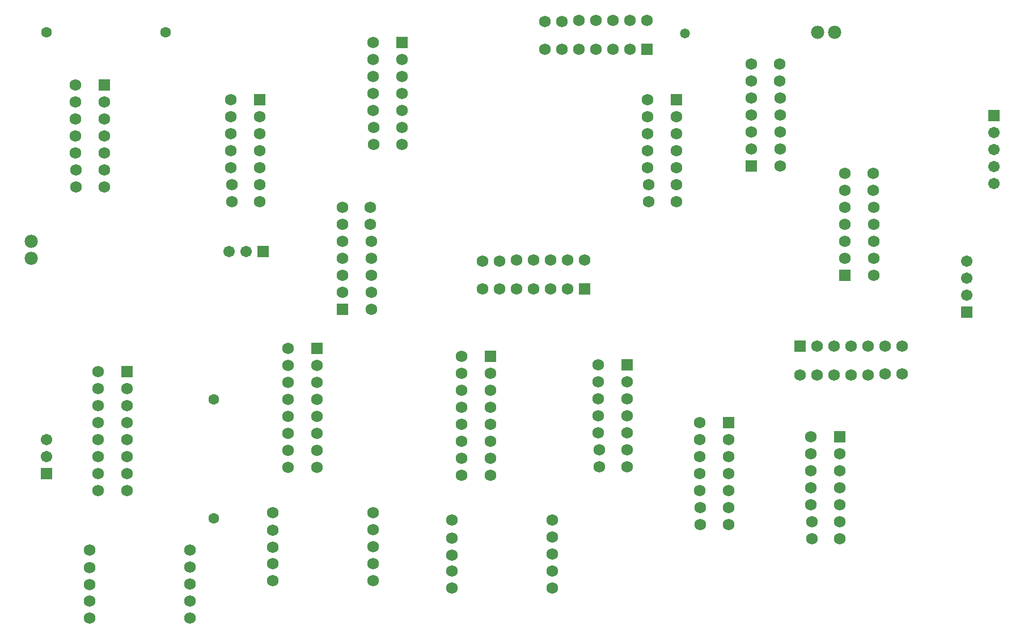
<source format=gts>
G04*
G04 #@! TF.GenerationSoftware,Altium Limited,Altium Designer,18.0.7 (293)*
G04*
G04 Layer_Color=8388736*
%FSLAX25Y25*%
%MOIN*%
G70*
G01*
G75*
%ADD13C,0.06312*%
%ADD14C,0.06800*%
%ADD15C,0.06706*%
%ADD16R,0.06706X0.06706*%
%ADD17C,0.07800*%
%ADD18R,0.06800X0.06800*%
%ADD19R,0.06706X0.06706*%
%ADD20R,0.06800X0.06800*%
%ADD21C,0.05800*%
D13*
X121500Y461000D02*
D03*
X191500D02*
D03*
X220000Y245000D02*
D03*
Y175000D02*
D03*
D14*
X419000Y134000D02*
D03*
Y144000D02*
D03*
Y154000D02*
D03*
Y164000D02*
D03*
Y174000D02*
D03*
X360000D02*
D03*
Y163500D02*
D03*
Y153500D02*
D03*
Y144000D02*
D03*
Y134000D02*
D03*
X313500Y138500D02*
D03*
Y148500D02*
D03*
Y158500D02*
D03*
Y168500D02*
D03*
Y178500D02*
D03*
X254500D02*
D03*
Y168000D02*
D03*
Y158000D02*
D03*
Y148500D02*
D03*
Y138500D02*
D03*
X206000Y116500D02*
D03*
Y126500D02*
D03*
Y136500D02*
D03*
Y146500D02*
D03*
Y156500D02*
D03*
X147000D02*
D03*
Y146000D02*
D03*
Y136000D02*
D03*
Y126500D02*
D03*
Y116500D02*
D03*
X280500Y205000D02*
D03*
Y215000D02*
D03*
Y225000D02*
D03*
Y235000D02*
D03*
Y245000D02*
D03*
Y255000D02*
D03*
Y265000D02*
D03*
X263500Y205000D02*
D03*
Y215000D02*
D03*
Y225000D02*
D03*
Y235000D02*
D03*
Y245000D02*
D03*
Y255000D02*
D03*
Y275000D02*
D03*
Y265000D02*
D03*
X382500Y200500D02*
D03*
Y210500D02*
D03*
Y220500D02*
D03*
Y230500D02*
D03*
Y240500D02*
D03*
Y250500D02*
D03*
Y260500D02*
D03*
X365500Y200500D02*
D03*
Y210500D02*
D03*
Y220500D02*
D03*
Y230500D02*
D03*
Y240500D02*
D03*
Y250500D02*
D03*
Y270500D02*
D03*
Y260500D02*
D03*
X169000Y191500D02*
D03*
Y201500D02*
D03*
Y211500D02*
D03*
Y221500D02*
D03*
Y231500D02*
D03*
Y241500D02*
D03*
Y251500D02*
D03*
X152000Y191500D02*
D03*
Y201500D02*
D03*
Y211500D02*
D03*
Y221500D02*
D03*
Y231500D02*
D03*
Y241500D02*
D03*
Y261500D02*
D03*
Y251500D02*
D03*
X230500Y361500D02*
D03*
Y371500D02*
D03*
X230000Y381500D02*
D03*
Y391500D02*
D03*
Y401500D02*
D03*
Y411500D02*
D03*
Y421500D02*
D03*
X247000Y411500D02*
D03*
Y401500D02*
D03*
Y391500D02*
D03*
Y381500D02*
D03*
Y371500D02*
D03*
Y361500D02*
D03*
X414500Y467500D02*
D03*
X424500D02*
D03*
X434500Y468000D02*
D03*
X444500D02*
D03*
X454500D02*
D03*
X464500D02*
D03*
X474500D02*
D03*
X464500Y451000D02*
D03*
X454500D02*
D03*
X444500D02*
D03*
X434500D02*
D03*
X424500D02*
D03*
X414500D02*
D03*
X314000Y395000D02*
D03*
Y405000D02*
D03*
X313500Y415000D02*
D03*
Y425000D02*
D03*
Y435000D02*
D03*
Y445000D02*
D03*
Y455000D02*
D03*
X330500Y445000D02*
D03*
Y435000D02*
D03*
Y425000D02*
D03*
Y415000D02*
D03*
Y405000D02*
D03*
Y395000D02*
D03*
X475500Y361500D02*
D03*
Y371500D02*
D03*
X475000Y381500D02*
D03*
Y391500D02*
D03*
Y401500D02*
D03*
Y411500D02*
D03*
Y421500D02*
D03*
X492000Y411500D02*
D03*
Y401500D02*
D03*
Y391500D02*
D03*
Y381500D02*
D03*
Y371500D02*
D03*
Y361500D02*
D03*
X571500Y163000D02*
D03*
Y173000D02*
D03*
X571000Y183000D02*
D03*
Y193000D02*
D03*
Y203000D02*
D03*
Y213000D02*
D03*
Y223000D02*
D03*
X588000Y213000D02*
D03*
Y203000D02*
D03*
Y193000D02*
D03*
Y183000D02*
D03*
Y173000D02*
D03*
Y163000D02*
D03*
X446500Y205500D02*
D03*
Y215500D02*
D03*
X446000Y225500D02*
D03*
Y235500D02*
D03*
Y245500D02*
D03*
Y255500D02*
D03*
Y265500D02*
D03*
X463000Y255500D02*
D03*
Y245500D02*
D03*
Y235500D02*
D03*
Y225500D02*
D03*
Y215500D02*
D03*
Y205500D02*
D03*
X139000Y370000D02*
D03*
Y380000D02*
D03*
X138500Y390000D02*
D03*
Y400000D02*
D03*
Y410000D02*
D03*
Y420000D02*
D03*
Y430000D02*
D03*
X155500Y420000D02*
D03*
Y410000D02*
D03*
Y400000D02*
D03*
Y390000D02*
D03*
Y380000D02*
D03*
Y370000D02*
D03*
X506000Y171500D02*
D03*
Y181500D02*
D03*
X505500Y191500D02*
D03*
Y201500D02*
D03*
Y211500D02*
D03*
Y221500D02*
D03*
Y231500D02*
D03*
X522500Y221500D02*
D03*
Y211500D02*
D03*
Y201500D02*
D03*
Y191500D02*
D03*
Y181500D02*
D03*
Y171500D02*
D03*
X624500Y260000D02*
D03*
X614500D02*
D03*
X604500Y259500D02*
D03*
X594500D02*
D03*
X584500D02*
D03*
X574500D02*
D03*
X564500D02*
D03*
X574500Y276500D02*
D03*
X584500D02*
D03*
X594500D02*
D03*
X604500D02*
D03*
X614500D02*
D03*
X624500D02*
D03*
X607500Y378000D02*
D03*
Y368000D02*
D03*
X608000Y358000D02*
D03*
Y348000D02*
D03*
Y338000D02*
D03*
Y328000D02*
D03*
Y318000D02*
D03*
X591000Y328000D02*
D03*
Y338000D02*
D03*
Y348000D02*
D03*
Y358000D02*
D03*
Y368000D02*
D03*
Y378000D02*
D03*
X378000Y326500D02*
D03*
X388000D02*
D03*
X398000Y327000D02*
D03*
X408000D02*
D03*
X418000D02*
D03*
X428000D02*
D03*
X438000D02*
D03*
X428000Y310000D02*
D03*
X418000D02*
D03*
X408000D02*
D03*
X398000D02*
D03*
X388000D02*
D03*
X378000D02*
D03*
X312000Y358000D02*
D03*
Y348000D02*
D03*
X312500Y338000D02*
D03*
Y328000D02*
D03*
Y318000D02*
D03*
Y308000D02*
D03*
Y298000D02*
D03*
X295500Y308000D02*
D03*
Y318000D02*
D03*
Y328000D02*
D03*
Y338000D02*
D03*
Y348000D02*
D03*
Y358000D02*
D03*
X552500Y442500D02*
D03*
Y432500D02*
D03*
X553000Y422500D02*
D03*
Y412500D02*
D03*
Y402500D02*
D03*
Y392500D02*
D03*
Y382500D02*
D03*
X536000Y392500D02*
D03*
Y402500D02*
D03*
Y412500D02*
D03*
Y422500D02*
D03*
Y432500D02*
D03*
Y442500D02*
D03*
D15*
X662500Y326500D02*
D03*
Y316500D02*
D03*
Y306500D02*
D03*
X121500Y211500D02*
D03*
Y221500D02*
D03*
X239000Y332000D02*
D03*
X229000D02*
D03*
X678500Y372000D02*
D03*
Y382000D02*
D03*
Y392000D02*
D03*
Y402000D02*
D03*
D16*
X662500Y296500D02*
D03*
X121500Y201500D02*
D03*
X678500Y412000D02*
D03*
D17*
X585000Y461000D02*
D03*
X575000D02*
D03*
X112500Y328000D02*
D03*
Y338000D02*
D03*
D18*
X280500Y275000D02*
D03*
X382500Y270500D02*
D03*
X169000Y261500D02*
D03*
X247000Y421500D02*
D03*
X330500Y455000D02*
D03*
X492000Y421500D02*
D03*
X588000Y223000D02*
D03*
X463000Y265500D02*
D03*
X155500Y430000D02*
D03*
X522500Y231500D02*
D03*
X591000Y318000D02*
D03*
X295500Y298000D02*
D03*
X536000Y382500D02*
D03*
D19*
X249000Y332000D02*
D03*
D20*
X474500Y451000D02*
D03*
X564500Y276500D02*
D03*
X438000Y310000D02*
D03*
D21*
X497000Y460500D02*
D03*
M02*

</source>
